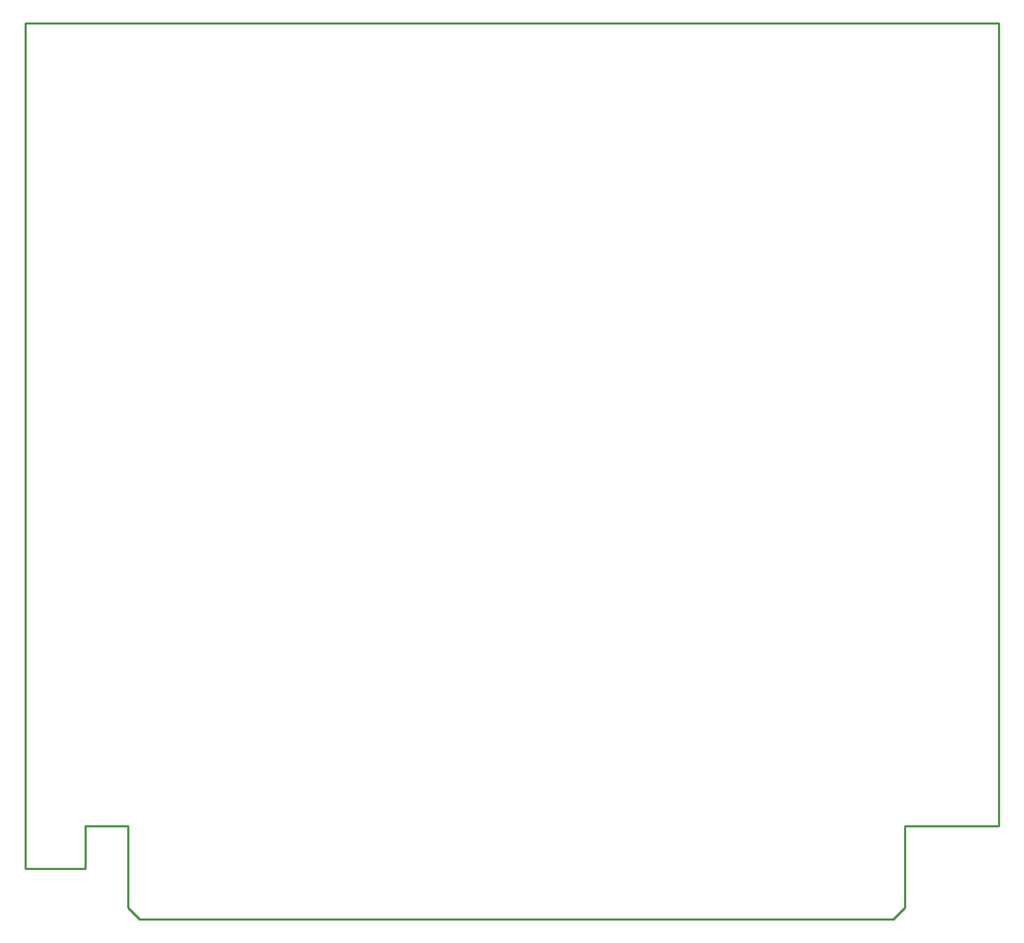
<source format=gbr>
%TF.GenerationSoftware,KiCad,Pcbnew,8.0.0*%
%TF.CreationDate,2024-03-04T10:10:28-06:00*%
%TF.ProjectId,controlSemaforicoMEga,636f6e74-726f-46c5-9365-6d61666f7269,rev?*%
%TF.SameCoordinates,PX4ef7d2aPY852b4f0*%
%TF.FileFunction,Other,User*%
%FSLAX46Y46*%
G04 Gerber Fmt 4.6, Leading zero omitted, Abs format (unit mm)*
G04 Created by KiCad (PCBNEW 8.0.0) date 2024-03-04 10:10:28*
%MOMM*%
%LPD*%
G01*
G04 APERTURE LIST*
%ADD10C,0.254000*%
G04 APERTURE END LIST*
D10*
X11988800Y-4622800D02*
X13360400Y-5994400D01*
X13360400Y-5994400D02*
X101625400Y-5994400D01*
X102997000Y5003800D02*
X113995200Y5003800D01*
X0Y99009200D02*
X113995200Y99009200D01*
X0Y0D02*
X0Y99009200D01*
X7010400Y0D02*
X7010400Y4953000D01*
X103000000Y-4632000D02*
X103000000Y5000000D01*
X0Y0D02*
X7010400Y0D01*
X7010400Y4953000D02*
X11988800Y4953000D01*
X11988800Y-4622800D02*
X11988800Y4953000D01*
X101625400Y-5994400D02*
X102997000Y-4622800D01*
X113995200Y5003800D02*
X113995200Y99009200D01*
M02*

</source>
